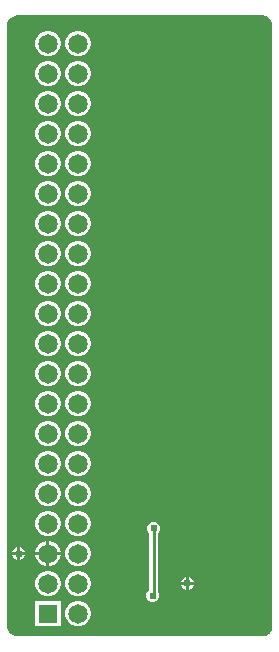
<source format=gbr>
%TF.GenerationSoftware,Altium Limited,Altium Designer,26.2.0 (7)*%
G04 Layer_Physical_Order=2*
G04 Layer_Color=16711680*
%FSLAX45Y45*%
%MOMM*%
%TF.SameCoordinates,BFD0C231-D01E-4025-B592-F1B292206DE3*%
%TF.FilePolarity,Positive*%
%TF.FileFunction,Copper,L2,Bot,Signal*%
%TF.Part,Single*%
G01*
G75*
%TA.AperFunction,Conductor*%
%ADD13C,0.25400*%
%TA.AperFunction,ComponentPad*%
%ADD14R,1.65000X1.65000*%
%ADD15C,1.65000*%
%TA.AperFunction,TestPad*%
%ADD16C,0.60960*%
G36*
X16186252Y8596541D02*
X16202631Y8589757D01*
X16217371Y8579907D01*
X16229907Y8567371D01*
X16239757Y8552631D01*
X16246541Y8536252D01*
X16250000Y8518864D01*
Y8510000D01*
Y3420000D01*
Y3412121D01*
X16246925Y3396665D01*
X16240895Y3382106D01*
X16232140Y3369003D01*
X16220998Y3357860D01*
X16207893Y3349105D01*
X16193335Y3343074D01*
X16177879Y3340000D01*
X14090150D01*
X14070831Y3343843D01*
X14052632Y3351381D01*
X14036253Y3362325D01*
X14022325Y3376254D01*
X14011382Y3392632D01*
X14003844Y3410831D01*
X14000000Y3430151D01*
Y3440000D01*
Y8500000D01*
Y8509849D01*
X14003844Y8529169D01*
X14011382Y8547368D01*
X14022325Y8563746D01*
X14036253Y8577675D01*
X14052632Y8588619D01*
X14070831Y8596157D01*
X14090150Y8600000D01*
X16168864D01*
X16186252Y8596541D01*
D02*
G37*
%LPC*%
G36*
X14618205Y8467900D02*
X14589795D01*
X14562352Y8460547D01*
X14537749Y8446342D01*
X14517659Y8426252D01*
X14503453Y8401648D01*
X14496100Y8374205D01*
Y8345795D01*
X14503453Y8318352D01*
X14517659Y8293748D01*
X14537749Y8273659D01*
X14562352Y8259453D01*
X14589795Y8252100D01*
X14618205D01*
X14645648Y8259453D01*
X14670251Y8273659D01*
X14690341Y8293748D01*
X14704547Y8318352D01*
X14711900Y8345795D01*
Y8374205D01*
X14704547Y8401648D01*
X14690341Y8426252D01*
X14670251Y8446342D01*
X14645648Y8460547D01*
X14618205Y8467900D01*
D02*
G37*
G36*
X14364204D02*
X14335796D01*
X14308353Y8460547D01*
X14283748Y8446342D01*
X14263660Y8426252D01*
X14249454Y8401648D01*
X14242101Y8374205D01*
Y8345795D01*
X14249454Y8318352D01*
X14263660Y8293748D01*
X14283748Y8273659D01*
X14308353Y8259453D01*
X14335796Y8252100D01*
X14364204D01*
X14391647Y8259453D01*
X14416252Y8273659D01*
X14436340Y8293748D01*
X14450546Y8318352D01*
X14457899Y8345795D01*
Y8374205D01*
X14450546Y8401648D01*
X14436340Y8426252D01*
X14416252Y8446342D01*
X14391647Y8460547D01*
X14364204Y8467900D01*
D02*
G37*
G36*
X14618205Y8213900D02*
X14589795D01*
X14562352Y8206547D01*
X14537749Y8192342D01*
X14517659Y8172252D01*
X14503453Y8147648D01*
X14496100Y8120205D01*
Y8091795D01*
X14503453Y8064352D01*
X14517659Y8039748D01*
X14537749Y8019659D01*
X14562352Y8005453D01*
X14589795Y7998100D01*
X14618205D01*
X14645648Y8005453D01*
X14670251Y8019659D01*
X14690341Y8039748D01*
X14704547Y8064352D01*
X14711900Y8091795D01*
Y8120205D01*
X14704547Y8147648D01*
X14690341Y8172252D01*
X14670251Y8192342D01*
X14645648Y8206547D01*
X14618205Y8213900D01*
D02*
G37*
G36*
X14364204D02*
X14335796D01*
X14308353Y8206547D01*
X14283748Y8192342D01*
X14263660Y8172252D01*
X14249454Y8147648D01*
X14242101Y8120205D01*
Y8091795D01*
X14249454Y8064352D01*
X14263660Y8039748D01*
X14283748Y8019659D01*
X14308353Y8005453D01*
X14335796Y7998100D01*
X14364204D01*
X14391647Y8005453D01*
X14416252Y8019659D01*
X14436340Y8039748D01*
X14450546Y8064352D01*
X14457899Y8091795D01*
Y8120205D01*
X14450546Y8147648D01*
X14436340Y8172252D01*
X14416252Y8192342D01*
X14391647Y8206547D01*
X14364204Y8213900D01*
D02*
G37*
G36*
X14618205Y7959900D02*
X14589795D01*
X14562352Y7952547D01*
X14537749Y7938342D01*
X14517659Y7918252D01*
X14503453Y7893648D01*
X14496100Y7866205D01*
Y7837795D01*
X14503453Y7810352D01*
X14517659Y7785748D01*
X14537749Y7765659D01*
X14562352Y7751453D01*
X14589795Y7744100D01*
X14618205D01*
X14645648Y7751453D01*
X14670251Y7765659D01*
X14690341Y7785748D01*
X14704547Y7810352D01*
X14711900Y7837795D01*
Y7866205D01*
X14704547Y7893648D01*
X14690341Y7918252D01*
X14670251Y7938342D01*
X14645648Y7952547D01*
X14618205Y7959900D01*
D02*
G37*
G36*
X14364204D02*
X14335796D01*
X14308353Y7952547D01*
X14283748Y7938342D01*
X14263660Y7918252D01*
X14249454Y7893648D01*
X14242101Y7866205D01*
Y7837795D01*
X14249454Y7810352D01*
X14263660Y7785748D01*
X14283748Y7765659D01*
X14308353Y7751453D01*
X14335796Y7744100D01*
X14364204D01*
X14391647Y7751453D01*
X14416252Y7765659D01*
X14436340Y7785748D01*
X14450546Y7810352D01*
X14457899Y7837795D01*
Y7866205D01*
X14450546Y7893648D01*
X14436340Y7918252D01*
X14416252Y7938342D01*
X14391647Y7952547D01*
X14364204Y7959900D01*
D02*
G37*
G36*
X14618205Y7705900D02*
X14589795D01*
X14562352Y7698547D01*
X14537749Y7684342D01*
X14517659Y7664252D01*
X14503453Y7639648D01*
X14496100Y7612205D01*
Y7583795D01*
X14503453Y7556352D01*
X14517659Y7531748D01*
X14537749Y7511659D01*
X14562352Y7497453D01*
X14589795Y7490100D01*
X14618205D01*
X14645648Y7497453D01*
X14670251Y7511659D01*
X14690341Y7531748D01*
X14704547Y7556352D01*
X14711900Y7583795D01*
Y7612205D01*
X14704547Y7639648D01*
X14690341Y7664252D01*
X14670251Y7684342D01*
X14645648Y7698547D01*
X14618205Y7705900D01*
D02*
G37*
G36*
X14364204D02*
X14335796D01*
X14308353Y7698547D01*
X14283748Y7684342D01*
X14263660Y7664252D01*
X14249454Y7639648D01*
X14242101Y7612205D01*
Y7583795D01*
X14249454Y7556352D01*
X14263660Y7531748D01*
X14283748Y7511659D01*
X14308353Y7497453D01*
X14335796Y7490100D01*
X14364204D01*
X14391647Y7497453D01*
X14416252Y7511659D01*
X14436340Y7531748D01*
X14450546Y7556352D01*
X14457899Y7583795D01*
Y7612205D01*
X14450546Y7639648D01*
X14436340Y7664252D01*
X14416252Y7684342D01*
X14391647Y7698547D01*
X14364204Y7705900D01*
D02*
G37*
G36*
X14618205Y7451900D02*
X14589795D01*
X14562352Y7444547D01*
X14537749Y7430342D01*
X14517659Y7410252D01*
X14503453Y7385648D01*
X14496100Y7358205D01*
Y7329795D01*
X14503453Y7302352D01*
X14517659Y7277748D01*
X14537749Y7257659D01*
X14562352Y7243453D01*
X14589795Y7236100D01*
X14618205D01*
X14645648Y7243453D01*
X14670251Y7257659D01*
X14690341Y7277748D01*
X14704547Y7302352D01*
X14711900Y7329795D01*
Y7358205D01*
X14704547Y7385648D01*
X14690341Y7410252D01*
X14670251Y7430342D01*
X14645648Y7444547D01*
X14618205Y7451900D01*
D02*
G37*
G36*
X14364204D02*
X14335796D01*
X14308353Y7444547D01*
X14283748Y7430342D01*
X14263660Y7410252D01*
X14249454Y7385648D01*
X14242101Y7358205D01*
Y7329795D01*
X14249454Y7302352D01*
X14263660Y7277748D01*
X14283748Y7257659D01*
X14308353Y7243453D01*
X14335796Y7236100D01*
X14364204D01*
X14391647Y7243453D01*
X14416252Y7257659D01*
X14436340Y7277748D01*
X14450546Y7302352D01*
X14457899Y7329795D01*
Y7358205D01*
X14450546Y7385648D01*
X14436340Y7410252D01*
X14416252Y7430342D01*
X14391647Y7444547D01*
X14364204Y7451900D01*
D02*
G37*
G36*
X14618205Y7197900D02*
X14589795D01*
X14562352Y7190547D01*
X14537749Y7176342D01*
X14517659Y7156252D01*
X14503453Y7131648D01*
X14496100Y7104205D01*
Y7075795D01*
X14503453Y7048352D01*
X14517659Y7023748D01*
X14537749Y7003659D01*
X14562352Y6989453D01*
X14589795Y6982100D01*
X14618205D01*
X14645648Y6989453D01*
X14670251Y7003659D01*
X14690341Y7023748D01*
X14704547Y7048352D01*
X14711900Y7075795D01*
Y7104205D01*
X14704547Y7131648D01*
X14690341Y7156252D01*
X14670251Y7176342D01*
X14645648Y7190547D01*
X14618205Y7197900D01*
D02*
G37*
G36*
X14364204D02*
X14335796D01*
X14308353Y7190547D01*
X14283748Y7176342D01*
X14263660Y7156252D01*
X14249454Y7131648D01*
X14242101Y7104205D01*
Y7075795D01*
X14249454Y7048352D01*
X14263660Y7023748D01*
X14283748Y7003659D01*
X14308353Y6989453D01*
X14335796Y6982100D01*
X14364204D01*
X14391647Y6989453D01*
X14416252Y7003659D01*
X14436340Y7023748D01*
X14450546Y7048352D01*
X14457899Y7075795D01*
Y7104205D01*
X14450546Y7131648D01*
X14436340Y7156252D01*
X14416252Y7176342D01*
X14391647Y7190547D01*
X14364204Y7197900D01*
D02*
G37*
G36*
X14618205Y6943900D02*
X14589795D01*
X14562352Y6936547D01*
X14537749Y6922342D01*
X14517659Y6902252D01*
X14503453Y6877648D01*
X14496100Y6850205D01*
Y6821795D01*
X14503453Y6794352D01*
X14517659Y6769748D01*
X14537749Y6749659D01*
X14562352Y6735453D01*
X14589795Y6728100D01*
X14618205D01*
X14645648Y6735453D01*
X14670251Y6749659D01*
X14690341Y6769748D01*
X14704547Y6794352D01*
X14711900Y6821795D01*
Y6850205D01*
X14704547Y6877648D01*
X14690341Y6902252D01*
X14670251Y6922342D01*
X14645648Y6936547D01*
X14618205Y6943900D01*
D02*
G37*
G36*
X14364204D02*
X14335796D01*
X14308353Y6936547D01*
X14283748Y6922342D01*
X14263660Y6902252D01*
X14249454Y6877648D01*
X14242101Y6850205D01*
Y6821795D01*
X14249454Y6794352D01*
X14263660Y6769748D01*
X14283748Y6749659D01*
X14308353Y6735453D01*
X14335796Y6728100D01*
X14364204D01*
X14391647Y6735453D01*
X14416252Y6749659D01*
X14436340Y6769748D01*
X14450546Y6794352D01*
X14457899Y6821795D01*
Y6850205D01*
X14450546Y6877648D01*
X14436340Y6902252D01*
X14416252Y6922342D01*
X14391647Y6936547D01*
X14364204Y6943900D01*
D02*
G37*
G36*
X14618205Y6689900D02*
X14589795D01*
X14562352Y6682547D01*
X14537749Y6668342D01*
X14517659Y6648252D01*
X14503453Y6623648D01*
X14496100Y6596205D01*
Y6567795D01*
X14503453Y6540352D01*
X14517659Y6515748D01*
X14537749Y6495659D01*
X14562352Y6481453D01*
X14589795Y6474100D01*
X14618205D01*
X14645648Y6481453D01*
X14670251Y6495659D01*
X14690341Y6515748D01*
X14704547Y6540352D01*
X14711900Y6567795D01*
Y6596205D01*
X14704547Y6623648D01*
X14690341Y6648252D01*
X14670251Y6668342D01*
X14645648Y6682547D01*
X14618205Y6689900D01*
D02*
G37*
G36*
X14364204D02*
X14335796D01*
X14308353Y6682547D01*
X14283748Y6668342D01*
X14263660Y6648252D01*
X14249454Y6623648D01*
X14242101Y6596205D01*
Y6567795D01*
X14249454Y6540352D01*
X14263660Y6515748D01*
X14283748Y6495659D01*
X14308353Y6481453D01*
X14335796Y6474100D01*
X14364204D01*
X14391647Y6481453D01*
X14416252Y6495659D01*
X14436340Y6515748D01*
X14450546Y6540352D01*
X14457899Y6567795D01*
Y6596205D01*
X14450546Y6623648D01*
X14436340Y6648252D01*
X14416252Y6668342D01*
X14391647Y6682547D01*
X14364204Y6689900D01*
D02*
G37*
G36*
X14618205Y6435900D02*
X14589795D01*
X14562352Y6428547D01*
X14537749Y6414342D01*
X14517659Y6394252D01*
X14503453Y6369648D01*
X14496100Y6342205D01*
Y6313795D01*
X14503453Y6286352D01*
X14517659Y6261748D01*
X14537749Y6241659D01*
X14562352Y6227453D01*
X14589795Y6220100D01*
X14618205D01*
X14645648Y6227453D01*
X14670251Y6241659D01*
X14690341Y6261748D01*
X14704547Y6286352D01*
X14711900Y6313795D01*
Y6342205D01*
X14704547Y6369648D01*
X14690341Y6394252D01*
X14670251Y6414342D01*
X14645648Y6428547D01*
X14618205Y6435900D01*
D02*
G37*
G36*
X14364204D02*
X14335796D01*
X14308353Y6428547D01*
X14283748Y6414342D01*
X14263660Y6394252D01*
X14249454Y6369648D01*
X14242101Y6342205D01*
Y6313795D01*
X14249454Y6286352D01*
X14263660Y6261748D01*
X14283748Y6241659D01*
X14308353Y6227453D01*
X14335796Y6220100D01*
X14364204D01*
X14391647Y6227453D01*
X14416252Y6241659D01*
X14436340Y6261748D01*
X14450546Y6286352D01*
X14457899Y6313795D01*
Y6342205D01*
X14450546Y6369648D01*
X14436340Y6394252D01*
X14416252Y6414342D01*
X14391647Y6428547D01*
X14364204Y6435900D01*
D02*
G37*
G36*
X14618205Y6181900D02*
X14589795D01*
X14562352Y6174547D01*
X14537749Y6160342D01*
X14517659Y6140252D01*
X14503453Y6115648D01*
X14496100Y6088205D01*
Y6059795D01*
X14503453Y6032352D01*
X14517659Y6007748D01*
X14537749Y5987659D01*
X14562352Y5973453D01*
X14589795Y5966100D01*
X14618205D01*
X14645648Y5973453D01*
X14670251Y5987659D01*
X14690341Y6007748D01*
X14704547Y6032352D01*
X14711900Y6059795D01*
Y6088205D01*
X14704547Y6115648D01*
X14690341Y6140252D01*
X14670251Y6160342D01*
X14645648Y6174547D01*
X14618205Y6181900D01*
D02*
G37*
G36*
X14364204D02*
X14335796D01*
X14308353Y6174547D01*
X14283748Y6160342D01*
X14263660Y6140252D01*
X14249454Y6115648D01*
X14242101Y6088205D01*
Y6059795D01*
X14249454Y6032352D01*
X14263660Y6007748D01*
X14283748Y5987659D01*
X14308353Y5973453D01*
X14335796Y5966100D01*
X14364204D01*
X14391647Y5973453D01*
X14416252Y5987659D01*
X14436340Y6007748D01*
X14450546Y6032352D01*
X14457899Y6059795D01*
Y6088205D01*
X14450546Y6115648D01*
X14436340Y6140252D01*
X14416252Y6160342D01*
X14391647Y6174547D01*
X14364204Y6181900D01*
D02*
G37*
G36*
X14618205Y5927900D02*
X14589795D01*
X14562352Y5920547D01*
X14537749Y5906342D01*
X14517659Y5886252D01*
X14503453Y5861648D01*
X14496100Y5834205D01*
Y5805795D01*
X14503453Y5778352D01*
X14517659Y5753748D01*
X14537749Y5733659D01*
X14562352Y5719453D01*
X14589795Y5712100D01*
X14618205D01*
X14645648Y5719453D01*
X14670251Y5733659D01*
X14690341Y5753748D01*
X14704547Y5778352D01*
X14711900Y5805795D01*
Y5834205D01*
X14704547Y5861648D01*
X14690341Y5886252D01*
X14670251Y5906342D01*
X14645648Y5920547D01*
X14618205Y5927900D01*
D02*
G37*
G36*
X14364204D02*
X14335796D01*
X14308353Y5920547D01*
X14283748Y5906342D01*
X14263660Y5886252D01*
X14249454Y5861648D01*
X14242101Y5834205D01*
Y5805795D01*
X14249454Y5778352D01*
X14263660Y5753748D01*
X14283748Y5733659D01*
X14308353Y5719453D01*
X14335796Y5712100D01*
X14364204D01*
X14391647Y5719453D01*
X14416252Y5733659D01*
X14436340Y5753748D01*
X14450546Y5778352D01*
X14457899Y5805795D01*
Y5834205D01*
X14450546Y5861648D01*
X14436340Y5886252D01*
X14416252Y5906342D01*
X14391647Y5920547D01*
X14364204Y5927900D01*
D02*
G37*
G36*
X14618205Y5673900D02*
X14589795D01*
X14562352Y5666547D01*
X14537749Y5652342D01*
X14517659Y5632252D01*
X14503453Y5607648D01*
X14496100Y5580205D01*
Y5551795D01*
X14503453Y5524352D01*
X14517659Y5499748D01*
X14537749Y5479659D01*
X14562352Y5465453D01*
X14589795Y5458100D01*
X14618205D01*
X14645648Y5465453D01*
X14670251Y5479659D01*
X14690341Y5499748D01*
X14704547Y5524352D01*
X14711900Y5551795D01*
Y5580205D01*
X14704547Y5607648D01*
X14690341Y5632252D01*
X14670251Y5652342D01*
X14645648Y5666547D01*
X14618205Y5673900D01*
D02*
G37*
G36*
X14364204D02*
X14335796D01*
X14308353Y5666547D01*
X14283748Y5652342D01*
X14263660Y5632252D01*
X14249454Y5607648D01*
X14242101Y5580205D01*
Y5551795D01*
X14249454Y5524352D01*
X14263660Y5499748D01*
X14283748Y5479659D01*
X14308353Y5465453D01*
X14335796Y5458100D01*
X14364204D01*
X14391647Y5465453D01*
X14416252Y5479659D01*
X14436340Y5499748D01*
X14450546Y5524352D01*
X14457899Y5551795D01*
Y5580205D01*
X14450546Y5607648D01*
X14436340Y5632252D01*
X14416252Y5652342D01*
X14391647Y5666547D01*
X14364204Y5673900D01*
D02*
G37*
G36*
X14618205Y5419900D02*
X14589795D01*
X14562352Y5412547D01*
X14537749Y5398342D01*
X14517659Y5378252D01*
X14503453Y5353648D01*
X14496100Y5326205D01*
Y5297795D01*
X14503453Y5270352D01*
X14517659Y5245748D01*
X14537749Y5225659D01*
X14562352Y5211453D01*
X14589795Y5204100D01*
X14618205D01*
X14645648Y5211453D01*
X14670251Y5225659D01*
X14690341Y5245748D01*
X14704547Y5270352D01*
X14711900Y5297795D01*
Y5326205D01*
X14704547Y5353648D01*
X14690341Y5378252D01*
X14670251Y5398342D01*
X14645648Y5412547D01*
X14618205Y5419900D01*
D02*
G37*
G36*
X14364204D02*
X14335796D01*
X14308353Y5412547D01*
X14283748Y5398342D01*
X14263660Y5378252D01*
X14249454Y5353648D01*
X14242101Y5326205D01*
Y5297795D01*
X14249454Y5270352D01*
X14263660Y5245748D01*
X14283748Y5225659D01*
X14308353Y5211453D01*
X14335796Y5204100D01*
X14364204D01*
X14391647Y5211453D01*
X14416252Y5225659D01*
X14436340Y5245748D01*
X14450546Y5270352D01*
X14457899Y5297795D01*
Y5326205D01*
X14450546Y5353648D01*
X14436340Y5378252D01*
X14416252Y5398342D01*
X14391647Y5412547D01*
X14364204Y5419900D01*
D02*
G37*
G36*
X14618205Y5165900D02*
X14589795D01*
X14562352Y5158547D01*
X14537749Y5144342D01*
X14517659Y5124252D01*
X14503453Y5099648D01*
X14496100Y5072205D01*
Y5043795D01*
X14503453Y5016352D01*
X14517659Y4991748D01*
X14537749Y4971659D01*
X14562352Y4957453D01*
X14589795Y4950100D01*
X14618205D01*
X14645648Y4957453D01*
X14670251Y4971659D01*
X14690341Y4991748D01*
X14704547Y5016352D01*
X14711900Y5043795D01*
Y5072205D01*
X14704547Y5099648D01*
X14690341Y5124252D01*
X14670251Y5144342D01*
X14645648Y5158547D01*
X14618205Y5165900D01*
D02*
G37*
G36*
X14364204D02*
X14335796D01*
X14308353Y5158547D01*
X14283748Y5144342D01*
X14263660Y5124252D01*
X14249454Y5099648D01*
X14242101Y5072205D01*
Y5043795D01*
X14249454Y5016352D01*
X14263660Y4991748D01*
X14283748Y4971659D01*
X14308353Y4957453D01*
X14335796Y4950100D01*
X14364204D01*
X14391647Y4957453D01*
X14416252Y4971659D01*
X14436340Y4991748D01*
X14450546Y5016352D01*
X14457899Y5043795D01*
Y5072205D01*
X14450546Y5099648D01*
X14436340Y5124252D01*
X14416252Y5144342D01*
X14391647Y5158547D01*
X14364204Y5165900D01*
D02*
G37*
G36*
X14618205Y4911900D02*
X14589795D01*
X14562352Y4904547D01*
X14537749Y4890342D01*
X14517659Y4870252D01*
X14503453Y4845648D01*
X14496100Y4818205D01*
Y4789795D01*
X14503453Y4762352D01*
X14517659Y4737748D01*
X14537749Y4717659D01*
X14562352Y4703453D01*
X14589795Y4696100D01*
X14618205D01*
X14645648Y4703453D01*
X14670251Y4717659D01*
X14690341Y4737748D01*
X14704547Y4762352D01*
X14711900Y4789795D01*
Y4818205D01*
X14704547Y4845648D01*
X14690341Y4870252D01*
X14670251Y4890342D01*
X14645648Y4904547D01*
X14618205Y4911900D01*
D02*
G37*
G36*
X14364204D02*
X14335796D01*
X14308353Y4904547D01*
X14283748Y4890342D01*
X14263660Y4870252D01*
X14249454Y4845648D01*
X14242101Y4818205D01*
Y4789795D01*
X14249454Y4762352D01*
X14263660Y4737748D01*
X14283748Y4717659D01*
X14308353Y4703453D01*
X14335796Y4696100D01*
X14364204D01*
X14391647Y4703453D01*
X14416252Y4717659D01*
X14436340Y4737748D01*
X14450546Y4762352D01*
X14457899Y4789795D01*
Y4818205D01*
X14450546Y4845648D01*
X14436340Y4870252D01*
X14416252Y4890342D01*
X14391647Y4904547D01*
X14364204Y4911900D01*
D02*
G37*
G36*
X14618205Y4657900D02*
X14589795D01*
X14562352Y4650547D01*
X14537749Y4636342D01*
X14517659Y4616252D01*
X14503453Y4591648D01*
X14496100Y4564205D01*
Y4535795D01*
X14503453Y4508352D01*
X14517659Y4483748D01*
X14537749Y4463659D01*
X14562352Y4449453D01*
X14589795Y4442100D01*
X14618205D01*
X14645648Y4449453D01*
X14670251Y4463659D01*
X14690341Y4483748D01*
X14704547Y4508352D01*
X14711900Y4535795D01*
Y4564205D01*
X14704547Y4591648D01*
X14690341Y4616252D01*
X14670251Y4636342D01*
X14645648Y4650547D01*
X14618205Y4657900D01*
D02*
G37*
G36*
X14364204D02*
X14335796D01*
X14308353Y4650547D01*
X14283748Y4636342D01*
X14263660Y4616252D01*
X14249454Y4591648D01*
X14242101Y4564205D01*
Y4535795D01*
X14249454Y4508352D01*
X14263660Y4483748D01*
X14283748Y4463659D01*
X14308353Y4449453D01*
X14335796Y4442100D01*
X14364204D01*
X14391647Y4449453D01*
X14416252Y4463659D01*
X14436340Y4483748D01*
X14450546Y4508352D01*
X14457899Y4535795D01*
Y4564205D01*
X14450546Y4591648D01*
X14436340Y4616252D01*
X14416252Y4636342D01*
X14391647Y4650547D01*
X14364204Y4657900D01*
D02*
G37*
G36*
X14618205Y4403900D02*
X14589795D01*
X14562352Y4396547D01*
X14537749Y4382342D01*
X14517659Y4362252D01*
X14503453Y4337648D01*
X14496100Y4310205D01*
Y4281795D01*
X14503453Y4254352D01*
X14517659Y4229748D01*
X14537749Y4209659D01*
X14562352Y4195453D01*
X14589795Y4188100D01*
X14618205D01*
X14645648Y4195453D01*
X14670251Y4209659D01*
X14690341Y4229748D01*
X14704547Y4254352D01*
X14711900Y4281795D01*
Y4310205D01*
X14704547Y4337648D01*
X14690341Y4362252D01*
X14670251Y4382342D01*
X14645648Y4396547D01*
X14618205Y4403900D01*
D02*
G37*
G36*
X14364204D02*
X14335796D01*
X14308353Y4396547D01*
X14283748Y4382342D01*
X14263660Y4362252D01*
X14249454Y4337648D01*
X14242101Y4310205D01*
Y4281795D01*
X14249454Y4254352D01*
X14263660Y4229748D01*
X14283748Y4209659D01*
X14308353Y4195453D01*
X14335796Y4188100D01*
X14364204D01*
X14391647Y4195453D01*
X14416252Y4209659D01*
X14436340Y4229748D01*
X14450546Y4254352D01*
X14457899Y4281795D01*
Y4310205D01*
X14450546Y4337648D01*
X14436340Y4362252D01*
X14416252Y4382342D01*
X14391647Y4396547D01*
X14364204Y4403900D01*
D02*
G37*
G36*
X14114700Y4097224D02*
Y4054700D01*
X14157224D01*
X14149373Y4073654D01*
X14133653Y4089373D01*
X14114700Y4097224D01*
D02*
G37*
G36*
X14089301D02*
X14070348Y4089373D01*
X14054626Y4073654D01*
X14046776Y4054700D01*
X14089301D01*
Y4097224D01*
D02*
G37*
G36*
X14364204Y4149900D02*
X14362700D01*
Y4054700D01*
X14457899D01*
Y4056205D01*
X14450546Y4083648D01*
X14436340Y4108252D01*
X14416252Y4128342D01*
X14391647Y4142547D01*
X14364204Y4149900D01*
D02*
G37*
G36*
X14337300D02*
X14335796D01*
X14308353Y4142547D01*
X14283748Y4128342D01*
X14263660Y4108252D01*
X14249454Y4083648D01*
X14242101Y4056205D01*
Y4054700D01*
X14337300D01*
Y4149900D01*
D02*
G37*
G36*
X14157224Y4029300D02*
X14114700D01*
Y3986776D01*
X14133653Y3994627D01*
X14149373Y4010347D01*
X14157224Y4029300D01*
D02*
G37*
G36*
X14089301D02*
X14046776D01*
X14054626Y4010347D01*
X14070348Y3994627D01*
X14089301Y3986776D01*
Y4029300D01*
D02*
G37*
G36*
X14618205Y4149900D02*
X14589795D01*
X14562352Y4142547D01*
X14537749Y4128342D01*
X14517659Y4108252D01*
X14503453Y4083648D01*
X14496100Y4056205D01*
Y4027795D01*
X14503453Y4000352D01*
X14517659Y3975748D01*
X14537749Y3955659D01*
X14562352Y3941453D01*
X14589795Y3934100D01*
X14618205D01*
X14645648Y3941453D01*
X14670251Y3955659D01*
X14690341Y3975748D01*
X14704547Y4000352D01*
X14711900Y4027795D01*
Y4056205D01*
X14704547Y4083648D01*
X14690341Y4108252D01*
X14670251Y4128342D01*
X14645648Y4142547D01*
X14618205Y4149900D01*
D02*
G37*
G36*
X14457899Y4029300D02*
X14362700D01*
Y3934100D01*
X14364204D01*
X14391647Y3941453D01*
X14416252Y3955659D01*
X14436340Y3975748D01*
X14450546Y4000352D01*
X14457899Y4027795D01*
Y4029300D01*
D02*
G37*
G36*
X14337300D02*
X14242101D01*
Y4027795D01*
X14249454Y4000352D01*
X14263660Y3975748D01*
X14283748Y3955659D01*
X14308353Y3941453D01*
X14335796Y3934100D01*
X14337300D01*
Y4029300D01*
D02*
G37*
G36*
X15542700Y3845224D02*
Y3802700D01*
X15585223D01*
X15577373Y3821654D01*
X15561653Y3837373D01*
X15542700Y3845224D01*
D02*
G37*
G36*
X15517300D02*
X15498346Y3837373D01*
X15482626Y3821654D01*
X15474776Y3802700D01*
X15517300D01*
Y3845224D01*
D02*
G37*
G36*
X15585223Y3777300D02*
X15542700D01*
Y3734776D01*
X15561653Y3742627D01*
X15577373Y3758347D01*
X15585223Y3777300D01*
D02*
G37*
G36*
X15517300D02*
X15474776D01*
X15482626Y3758347D01*
X15498346Y3742627D01*
X15517300Y3734776D01*
Y3777300D01*
D02*
G37*
G36*
X14618205Y3895900D02*
X14589795D01*
X14562352Y3888547D01*
X14537749Y3874342D01*
X14517659Y3854252D01*
X14503453Y3829648D01*
X14496100Y3802205D01*
Y3773795D01*
X14503453Y3746352D01*
X14517659Y3721748D01*
X14537749Y3701659D01*
X14562352Y3687453D01*
X14589795Y3680100D01*
X14618205D01*
X14645648Y3687453D01*
X14670251Y3701659D01*
X14690341Y3721748D01*
X14704547Y3746352D01*
X14711900Y3773795D01*
Y3802205D01*
X14704547Y3829648D01*
X14690341Y3854252D01*
X14670251Y3874342D01*
X14645648Y3888547D01*
X14618205Y3895900D01*
D02*
G37*
G36*
X14364204D02*
X14335796D01*
X14308353Y3888547D01*
X14283748Y3874342D01*
X14263660Y3854252D01*
X14249454Y3829648D01*
X14242101Y3802205D01*
Y3773795D01*
X14249454Y3746352D01*
X14263660Y3721748D01*
X14283748Y3701659D01*
X14308353Y3687453D01*
X14335796Y3680100D01*
X14364204D01*
X14391647Y3687453D01*
X14416252Y3701659D01*
X14436340Y3721748D01*
X14450546Y3746352D01*
X14457899Y3773795D01*
Y3802205D01*
X14450546Y3829648D01*
X14436340Y3854252D01*
X14416252Y3874342D01*
X14391647Y3888547D01*
X14364204Y3895900D01*
D02*
G37*
G36*
X15256116Y4310880D02*
X15233885D01*
X15213347Y4302373D01*
X15197627Y4286654D01*
X15189120Y4266115D01*
Y4243885D01*
X15197627Y4223347D01*
X15206154Y4214820D01*
Y3733536D01*
X15203346Y3732373D01*
X15187627Y3716653D01*
X15179120Y3696115D01*
Y3673885D01*
X15187627Y3653347D01*
X15203346Y3637627D01*
X15223885Y3629120D01*
X15246115D01*
X15266653Y3637627D01*
X15282373Y3653347D01*
X15290880Y3673885D01*
Y3696115D01*
X15283847Y3713095D01*
Y4214820D01*
X15292374Y4223347D01*
X15300880Y4243885D01*
Y4266115D01*
X15292374Y4286654D01*
X15276654Y4302373D01*
X15256116Y4310880D01*
D02*
G37*
G36*
X14618205Y3641900D02*
X14589795D01*
X14562352Y3634547D01*
X14537749Y3620342D01*
X14517659Y3600252D01*
X14503453Y3575648D01*
X14496100Y3548205D01*
Y3519795D01*
X14503453Y3492352D01*
X14517659Y3467748D01*
X14537749Y3447659D01*
X14562352Y3433453D01*
X14589795Y3426100D01*
X14618205D01*
X14645648Y3433453D01*
X14670251Y3447659D01*
X14690341Y3467748D01*
X14704547Y3492352D01*
X14711900Y3519795D01*
Y3548205D01*
X14704547Y3575648D01*
X14690341Y3600252D01*
X14670251Y3620342D01*
X14645648Y3634547D01*
X14618205Y3641900D01*
D02*
G37*
G36*
X14457899D02*
X14242101D01*
Y3426100D01*
X14457899D01*
Y3641900D01*
D02*
G37*
%LPD*%
D13*
X15235001Y3685000D02*
G03*
X15245000Y3695000I0J10000D01*
G01*
Y4255000D01*
D14*
X14350000Y3534000D02*
D03*
D15*
X14603999D02*
D03*
X14350000Y3788000D02*
D03*
X14603999D02*
D03*
X14350000Y4042000D02*
D03*
X14603999D02*
D03*
X14350000Y4296000D02*
D03*
X14603999D02*
D03*
X14350000Y4550000D02*
D03*
X14603999D02*
D03*
X14350000Y4804000D02*
D03*
X14603999D02*
D03*
X14350000Y5058000D02*
D03*
X14603999D02*
D03*
X14350000Y5312000D02*
D03*
X14603999D02*
D03*
X14350000Y5566000D02*
D03*
X14603999D02*
D03*
X14350000Y5820000D02*
D03*
X14603999D02*
D03*
X14350000Y6074000D02*
D03*
X14603999D02*
D03*
X14350000Y6328000D02*
D03*
X14603999D02*
D03*
X14350000Y6582000D02*
D03*
X14603999D02*
D03*
X14350000Y6836000D02*
D03*
X14603999D02*
D03*
X14350000Y7090000D02*
D03*
X14603999D02*
D03*
X14350000Y7344000D02*
D03*
X14603999D02*
D03*
X14350000Y7598000D02*
D03*
X14603999D02*
D03*
X14350000Y7852000D02*
D03*
X14603999D02*
D03*
X14350000Y8106000D02*
D03*
X14603999D02*
D03*
X14350000Y8360000D02*
D03*
X14603999D02*
D03*
D16*
X15245000Y4255000D02*
D03*
X15235001Y3685000D02*
D03*
X14102000Y4042000D02*
D03*
X15530000Y3790000D02*
D03*
%TF.MD5,f1a342fbb114d831ceafe038b1280bf8*%
M02*

</source>
